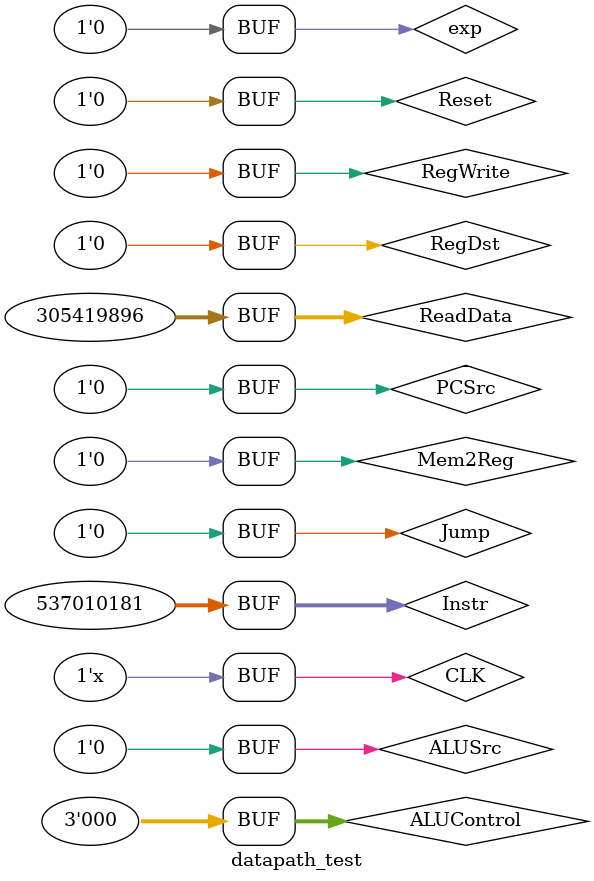
<source format=v>
`timescale 1ns / 1ps


module datapath_test();
	reg CLK, Reset;
	reg Mem2Reg, PCSrc;
	reg ALUSrc, RegDst;
	reg RegWrite, Jump;
	reg [2:0] ALUControl;
	wire zero;
	wire [31:0] PC;
	reg [31:0] Instr;
	wire [31:0] ALUOut, WriteData;
	reg [31:0] ReadData;
	reg exp;
	
	datapath myDP(CLK, Reset, Mem2Reg, PCSrc, ALUSrc, RegDst, RegWrite, Jump,
					ALUControl, zero, PC, Instr, ALUOut, WriteData, ReadData, exp);
	
	initial 
	begin
		Reset = 1;
		CLK = 0;
		Mem2Reg = 0;
		PCSrc = 0;
		ALUSrc = 0;
		RegDst = 0;
		RegWrite = 0;
		Jump = 0;
		ALUControl = 3'b000;
		Instr[31:0] = 32'h20022005;
		ReadData[31:0] = 32'h12345678;
		exp = 0;
		#5 Reset = 0;
	end
	always #5 CLK = ~CLK;
endmodule

</source>
